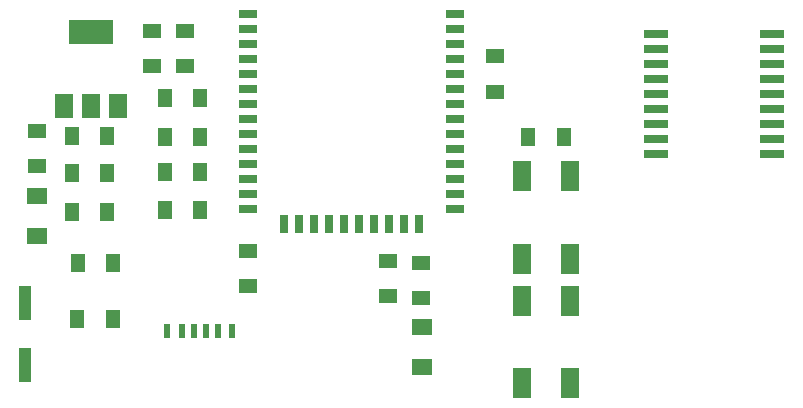
<source format=gbr>
%TF.GenerationSoftware,KiCad,Pcbnew,9.0.6*%
%TF.CreationDate,2026-01-13T16:21:38+05:30*%
%TF.ProjectId,Pen_Plotter,50656e5f-506c-46f7-9474-65722e6b6963,rev?*%
%TF.SameCoordinates,Original*%
%TF.FileFunction,Paste,Top*%
%TF.FilePolarity,Positive*%
%FSLAX46Y46*%
G04 Gerber Fmt 4.6, Leading zero omitted, Abs format (unit mm)*
G04 Created by KiCad (PCBNEW 9.0.6) date 2026-01-13 16:21:38*
%MOMM*%
%LPD*%
G01*
G04 APERTURE LIST*
%ADD10R,1.500000X2.000000*%
%ADD11R,3.800000X2.000000*%
%ADD12R,1.600000X1.200000*%
%ADD13R,1.200000X1.600000*%
%ADD14R,2.032000X0.660400*%
%ADD15R,1.700000X1.400000*%
%ADD16R,1.000000X3.000000*%
%ADD17R,0.600000X1.200000*%
%ADD18R,1.500000X2.500000*%
%ADD19R,1.500000X0.800000*%
%ADD20R,0.800000X1.500000*%
G04 APERTURE END LIST*
D10*
%TO.C,U2*%
X62740000Y-102050000D03*
X65040000Y-102050000D03*
D11*
X65040000Y-95750000D03*
D10*
X67340000Y-102050000D03*
%TD*%
D12*
%TO.C,R2*%
X93020000Y-118310000D03*
X93020000Y-115310000D03*
%TD*%
D13*
%TO.C,R10*%
X74300000Y-107620000D03*
X71300000Y-107620000D03*
%TD*%
D14*
%TO.C,U4*%
X112867800Y-95960000D03*
X112867800Y-97230000D03*
X112867800Y-98500000D03*
X112867800Y-99770000D03*
X112867800Y-101040000D03*
X112867800Y-102310000D03*
X112867800Y-103580000D03*
X112867800Y-104850000D03*
X112867800Y-106120000D03*
X122672200Y-106120000D03*
X122672200Y-104850000D03*
X122672200Y-103580000D03*
X122672200Y-102310000D03*
X122672200Y-101040000D03*
X122672200Y-99770000D03*
X122672200Y-98500000D03*
X122672200Y-97230000D03*
X122672200Y-95960000D03*
%TD*%
D13*
%TO.C,C7*%
X63880000Y-120080000D03*
X66880000Y-120080000D03*
%TD*%
D15*
%TO.C,D2*%
X60510000Y-113060000D03*
X60510000Y-109660000D03*
%TD*%
D13*
%TO.C,C4*%
X66420000Y-104580000D03*
X63420000Y-104580000D03*
%TD*%
%TO.C,R9*%
X74300000Y-110880000D03*
X71300000Y-110880000D03*
%TD*%
D16*
%TO.C,C9*%
X59460000Y-118760000D03*
X59460000Y-123960000D03*
%TD*%
D13*
%TO.C,R4*%
X71300000Y-101340000D03*
X74300000Y-101340000D03*
%TD*%
D15*
%TO.C,D1*%
X93050000Y-124177500D03*
X93050000Y-120777500D03*
%TD*%
D13*
%TO.C,C3*%
X66430000Y-111000000D03*
X63430000Y-111000000D03*
%TD*%
D17*
%TO.C,J1*%
X73760000Y-121100000D03*
X75780000Y-121100000D03*
X77010000Y-121100000D03*
X74760000Y-121100000D03*
X72740000Y-121100000D03*
X71510000Y-121100000D03*
%TD*%
D13*
%TO.C,R7*%
X102060000Y-104680000D03*
X105060000Y-104680000D03*
%TD*%
D12*
%TO.C,R8*%
X90180000Y-118170000D03*
X90180000Y-115170000D03*
%TD*%
%TO.C,C2*%
X70182880Y-95680337D03*
X70182880Y-98680337D03*
%TD*%
D18*
%TO.C,SW2*%
X105570000Y-118550000D03*
X105570000Y-125550000D03*
X101570000Y-118550000D03*
X101570000Y-125550000D03*
%TD*%
D13*
%TO.C,C5*%
X71300000Y-104700000D03*
X74300000Y-104700000D03*
%TD*%
D19*
%TO.C,U1*%
X78360000Y-94250000D03*
X78360000Y-95520000D03*
X78360000Y-96790000D03*
X78360000Y-98060000D03*
X78360000Y-99330000D03*
X78360000Y-100600000D03*
X78360000Y-101870000D03*
X78360000Y-103140000D03*
X78360000Y-104410000D03*
X78360000Y-105680000D03*
X78360000Y-106950000D03*
X78360000Y-108220000D03*
X78360000Y-109490000D03*
X78360000Y-110760000D03*
D20*
X81400000Y-112010000D03*
X82670000Y-112010000D03*
X83940000Y-112010000D03*
X85210000Y-112010000D03*
X86480000Y-112010000D03*
X87750000Y-112010000D03*
X89020000Y-112010000D03*
X90290000Y-112010000D03*
X91560000Y-112010000D03*
X92830000Y-112010000D03*
D19*
X95860000Y-110760000D03*
X95860000Y-109490000D03*
X95860000Y-108220000D03*
X95860000Y-106950000D03*
X95860000Y-105680000D03*
X95860000Y-104410000D03*
X95860000Y-103140000D03*
X95860000Y-101870000D03*
X95860000Y-100600000D03*
X95860000Y-99330000D03*
X95860000Y-98060000D03*
X95860000Y-96790000D03*
X95860000Y-95520000D03*
X95860000Y-94250000D03*
%TD*%
D12*
%TO.C,C1*%
X72992880Y-95690337D03*
X72992880Y-98690337D03*
%TD*%
%TO.C,R3*%
X60500000Y-104140000D03*
X60500000Y-107140000D03*
%TD*%
D13*
%TO.C,R1*%
X63400000Y-107740000D03*
X66400000Y-107740000D03*
%TD*%
D12*
%TO.C,R6*%
X99250000Y-100830000D03*
X99250000Y-97830000D03*
%TD*%
D13*
%TO.C,C8*%
X63930000Y-115340000D03*
X66930000Y-115340000D03*
%TD*%
D12*
%TO.C,R11*%
X78370000Y-117330000D03*
X78370000Y-114330000D03*
%TD*%
D18*
%TO.C,SW1*%
X105570000Y-108010000D03*
X105570000Y-115010000D03*
X101570000Y-108010000D03*
X101570000Y-115010000D03*
%TD*%
M02*

</source>
